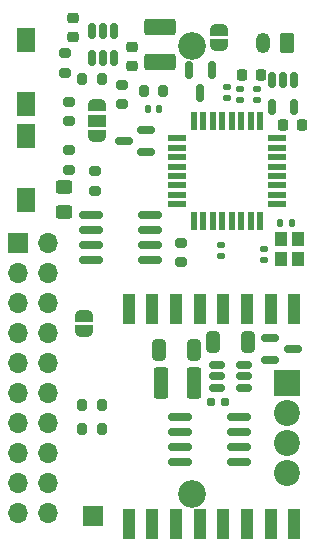
<source format=gts>
G04 #@! TF.GenerationSoftware,KiCad,Pcbnew,7.0.10-7.0.10~ubuntu20.04.1*
G04 #@! TF.CreationDate,2024-06-08T20:32:56+02:00*
G04 #@! TF.ProjectId,MySMotherboard,4d79534d-6f74-4686-9572-626f6172642e,1.4*
G04 #@! TF.SameCoordinates,Original*
G04 #@! TF.FileFunction,Soldermask,Top*
G04 #@! TF.FilePolarity,Negative*
%FSLAX46Y46*%
G04 Gerber Fmt 4.6, Leading zero omitted, Abs format (unit mm)*
G04 Created by KiCad (PCBNEW 7.0.10-7.0.10~ubuntu20.04.1) date 2024-06-08 20:32:56*
%MOMM*%
%LPD*%
G01*
G04 APERTURE LIST*
G04 Aperture macros list*
%AMRoundRect*
0 Rectangle with rounded corners*
0 $1 Rounding radius*
0 $2 $3 $4 $5 $6 $7 $8 $9 X,Y pos of 4 corners*
0 Add a 4 corners polygon primitive as box body*
4,1,4,$2,$3,$4,$5,$6,$7,$8,$9,$2,$3,0*
0 Add four circle primitives for the rounded corners*
1,1,$1+$1,$2,$3*
1,1,$1+$1,$4,$5*
1,1,$1+$1,$6,$7*
1,1,$1+$1,$8,$9*
0 Add four rect primitives between the rounded corners*
20,1,$1+$1,$2,$3,$4,$5,0*
20,1,$1+$1,$4,$5,$6,$7,0*
20,1,$1+$1,$6,$7,$8,$9,0*
20,1,$1+$1,$8,$9,$2,$3,0*%
%AMFreePoly0*
4,1,19,0.550000,-0.750000,0.000000,-0.750000,0.000000,-0.744911,-0.071157,-0.744911,-0.207708,-0.704816,-0.327430,-0.627875,-0.420627,-0.520320,-0.479746,-0.390866,-0.500000,-0.250000,-0.500000,0.250000,-0.479746,0.390866,-0.420627,0.520320,-0.327430,0.627875,-0.207708,0.704816,-0.071157,0.744911,0.000000,0.744911,0.000000,0.750000,0.550000,0.750000,0.550000,-0.750000,0.550000,-0.750000,
$1*%
%AMFreePoly1*
4,1,19,0.000000,0.744911,0.071157,0.744911,0.207708,0.704816,0.327430,0.627875,0.420627,0.520320,0.479746,0.390866,0.500000,0.250000,0.500000,-0.250000,0.479746,-0.390866,0.420627,-0.520320,0.327430,-0.627875,0.207708,-0.704816,0.071157,-0.744911,0.000000,-0.744911,0.000000,-0.750000,-0.550000,-0.750000,-0.550000,0.750000,0.000000,0.750000,0.000000,0.744911,0.000000,0.744911,
$1*%
%AMFreePoly2*
4,1,19,0.500000,-0.750000,0.000000,-0.750000,0.000000,-0.744911,-0.071157,-0.744911,-0.207708,-0.704816,-0.327430,-0.627875,-0.420627,-0.520320,-0.479746,-0.390866,-0.500000,-0.250000,-0.500000,0.250000,-0.479746,0.390866,-0.420627,0.520320,-0.327430,0.627875,-0.207708,0.704816,-0.071157,0.744911,0.000000,0.744911,0.000000,0.750000,0.500000,0.750000,0.500000,-0.750000,0.500000,-0.750000,
$1*%
%AMFreePoly3*
4,1,19,0.000000,0.744911,0.071157,0.744911,0.207708,0.704816,0.327430,0.627875,0.420627,0.520320,0.479746,0.390866,0.500000,0.250000,0.500000,-0.250000,0.479746,-0.390866,0.420627,-0.520320,0.327430,-0.627875,0.207708,-0.704816,0.071157,-0.744911,0.000000,-0.744911,0.000000,-0.750000,-0.500000,-0.750000,-0.500000,0.750000,0.000000,0.750000,0.000000,0.744911,0.000000,0.744911,
$1*%
G04 Aperture macros list end*
%ADD10RoundRect,0.140000X0.170000X-0.140000X0.170000X0.140000X-0.170000X0.140000X-0.170000X-0.140000X0*%
%ADD11R,0.550000X1.600000*%
%ADD12R,1.600000X0.550000*%
%ADD13RoundRect,0.150000X0.587500X0.150000X-0.587500X0.150000X-0.587500X-0.150000X0.587500X-0.150000X0*%
%ADD14RoundRect,0.140000X0.140000X0.170000X-0.140000X0.170000X-0.140000X-0.170000X0.140000X-0.170000X0*%
%ADD15RoundRect,0.150000X-0.150000X0.512500X-0.150000X-0.512500X0.150000X-0.512500X0.150000X0.512500X0*%
%ADD16R,1.700000X1.700000*%
%ADD17RoundRect,0.200000X0.200000X0.275000X-0.200000X0.275000X-0.200000X-0.275000X0.200000X-0.275000X0*%
%ADD18RoundRect,0.250000X0.325000X0.650000X-0.325000X0.650000X-0.325000X-0.650000X0.325000X-0.650000X0*%
%ADD19RoundRect,0.200000X-0.200000X-0.275000X0.200000X-0.275000X0.200000X0.275000X-0.200000X0.275000X0*%
%ADD20RoundRect,0.250000X0.375000X1.075000X-0.375000X1.075000X-0.375000X-1.075000X0.375000X-1.075000X0*%
%ADD21RoundRect,0.200000X-0.275000X0.200000X-0.275000X-0.200000X0.275000X-0.200000X0.275000X0.200000X0*%
%ADD22RoundRect,0.250001X1.074999X-0.462499X1.074999X0.462499X-1.074999X0.462499X-1.074999X-0.462499X0*%
%ADD23RoundRect,0.250000X-0.450000X0.325000X-0.450000X-0.325000X0.450000X-0.325000X0.450000X0.325000X0*%
%ADD24RoundRect,0.200000X0.275000X-0.200000X0.275000X0.200000X-0.275000X0.200000X-0.275000X-0.200000X0*%
%ADD25FreePoly0,270.000000*%
%ADD26R,1.500000X1.000000*%
%ADD27FreePoly1,270.000000*%
%ADD28RoundRect,0.140000X-0.170000X0.140000X-0.170000X-0.140000X0.170000X-0.140000X0.170000X0.140000X0*%
%ADD29FreePoly2,270.000000*%
%ADD30FreePoly3,270.000000*%
%ADD31RoundRect,0.250000X0.350000X0.625000X-0.350000X0.625000X-0.350000X-0.625000X0.350000X-0.625000X0*%
%ADD32O,1.200000X1.750000*%
%ADD33O,1.700000X1.700000*%
%ADD34RoundRect,0.225000X-0.225000X-0.250000X0.225000X-0.250000X0.225000X0.250000X-0.225000X0.250000X0*%
%ADD35RoundRect,0.150000X-0.150000X0.587500X-0.150000X-0.587500X0.150000X-0.587500X0.150000X0.587500X0*%
%ADD36RoundRect,0.140000X-0.140000X-0.170000X0.140000X-0.170000X0.140000X0.170000X-0.140000X0.170000X0*%
%ADD37R,1.600000X2.000000*%
%ADD38RoundRect,0.150000X-0.825000X-0.150000X0.825000X-0.150000X0.825000X0.150000X-0.825000X0.150000X0*%
%ADD39RoundRect,0.225000X0.250000X-0.225000X0.250000X0.225000X-0.250000X0.225000X-0.250000X-0.225000X0*%
%ADD40RoundRect,0.150000X0.512500X0.150000X-0.512500X0.150000X-0.512500X-0.150000X0.512500X-0.150000X0*%
%ADD41R,1.000000X2.500000*%
%ADD42RoundRect,0.250000X-0.325000X-0.650000X0.325000X-0.650000X0.325000X0.650000X-0.325000X0.650000X0*%
%ADD43R,1.000000X1.150000*%
%ADD44RoundRect,0.155000X0.212500X0.155000X-0.212500X0.155000X-0.212500X-0.155000X0.212500X-0.155000X0*%
%ADD45RoundRect,0.150000X-0.587500X-0.150000X0.587500X-0.150000X0.587500X0.150000X-0.587500X0.150000X0*%
%ADD46RoundRect,0.225000X0.225000X0.250000X-0.225000X0.250000X-0.225000X-0.250000X0.225000X-0.250000X0*%
%ADD47RoundRect,0.150000X0.825000X0.150000X-0.825000X0.150000X-0.825000X-0.150000X0.825000X-0.150000X0*%
%ADD48C,2.357400*%
%ADD49R,2.200000X2.200000*%
%ADD50C,2.200000*%
G04 APERTURE END LIST*
D10*
X155575000Y-90276382D03*
X155575000Y-89316382D03*
D11*
X151675000Y-100550000D03*
X152475000Y-100550000D03*
X153275000Y-100550000D03*
X154075000Y-100550000D03*
X154875000Y-100550000D03*
X155675000Y-100550000D03*
X156475000Y-100550000D03*
X157275000Y-100550000D03*
D12*
X158725000Y-99100000D03*
X158725000Y-98300000D03*
X158725000Y-97500000D03*
X158725000Y-96700000D03*
X158725000Y-95900000D03*
X158725000Y-95100000D03*
X158725000Y-94300000D03*
X158725000Y-93500000D03*
D11*
X157275000Y-92050000D03*
X156475000Y-92050000D03*
X155675000Y-92050000D03*
X154875000Y-92050000D03*
X154075000Y-92050000D03*
X153275000Y-92050000D03*
X152475000Y-92050000D03*
X151675000Y-92050000D03*
D12*
X150225000Y-93500000D03*
X150225000Y-94300000D03*
X150225000Y-95100000D03*
X150225000Y-95900000D03*
X150225000Y-96700000D03*
X150225000Y-97500000D03*
X150225000Y-98300000D03*
X150225000Y-99100000D03*
D13*
X147625000Y-94700000D03*
X147625000Y-92800000D03*
X145750000Y-93750000D03*
D14*
X159967740Y-100675000D03*
X159007740Y-100675000D03*
D15*
X144950000Y-84412500D03*
X144000000Y-84412500D03*
X143050000Y-84412500D03*
X143050000Y-86687500D03*
X144000000Y-86687500D03*
X144950000Y-86687500D03*
D10*
X157586378Y-103857244D03*
X157586378Y-102897244D03*
D16*
X143125000Y-125450000D03*
D17*
X143878940Y-116086141D03*
X142228940Y-116086141D03*
D18*
X156250000Y-110775000D03*
X153300000Y-110775000D03*
D19*
X147441440Y-89517860D03*
X149091440Y-89517860D03*
D20*
X151700000Y-114200000D03*
X148900000Y-114200000D03*
D21*
X141089378Y-94525000D03*
X141089378Y-96175000D03*
D22*
X148825000Y-87087500D03*
X148825000Y-84112500D03*
D21*
X150581543Y-102334900D03*
X150581543Y-103984900D03*
D23*
X140700000Y-97675000D03*
X140700000Y-99725000D03*
D10*
X154516737Y-90094460D03*
X154516737Y-89134460D03*
D24*
X143270581Y-97958938D03*
X143270581Y-96308938D03*
D25*
X143500000Y-90725000D03*
D26*
X143500000Y-92025000D03*
D27*
X143500000Y-93325000D03*
D28*
X154012000Y-102517997D03*
X154012000Y-103477997D03*
D29*
X142350000Y-108550000D03*
D30*
X142350000Y-109850000D03*
D31*
X159550000Y-85425000D03*
D32*
X157550000Y-85425000D03*
D15*
X160187500Y-88587500D03*
X159237500Y-88587500D03*
X158287500Y-88587500D03*
X158287500Y-90862500D03*
X160187500Y-90862500D03*
D17*
X143866503Y-118130300D03*
X142216503Y-118130300D03*
D16*
X136750000Y-102350000D03*
D33*
X139290000Y-102350000D03*
X136750000Y-104890000D03*
X139290000Y-104890000D03*
X136750000Y-107430000D03*
X139290000Y-107430000D03*
X136750000Y-109970000D03*
X139290000Y-109970000D03*
X136750000Y-112510000D03*
X139290000Y-112510000D03*
X136750000Y-115050000D03*
X139290000Y-115050000D03*
X136750000Y-117590000D03*
X139290000Y-117590000D03*
X136750000Y-120130000D03*
X139290000Y-120130000D03*
X136750000Y-122670000D03*
X139290000Y-122670000D03*
X136750000Y-125210000D03*
X139290000Y-125210000D03*
D21*
X145584478Y-88959641D03*
X145584478Y-90609641D03*
D29*
X153825000Y-84350000D03*
D30*
X153825000Y-85650000D03*
D34*
X159250000Y-92350000D03*
X160800000Y-92350000D03*
D35*
X153187500Y-87762500D03*
X151287500Y-87762500D03*
X152237500Y-89637500D03*
D36*
X147770000Y-91050000D03*
X148730000Y-91050000D03*
D37*
X137450000Y-98725000D03*
X137450000Y-93325000D03*
D38*
X150525000Y-117120000D03*
X150525000Y-118390000D03*
X150525000Y-119660000D03*
X150525000Y-120930000D03*
X155475000Y-120930000D03*
X155475000Y-119660000D03*
X155475000Y-118390000D03*
X155475000Y-117120000D03*
D39*
X146475000Y-87350000D03*
X146475000Y-85800000D03*
D40*
X155887500Y-114625000D03*
X155887500Y-113675000D03*
X155887500Y-112725000D03*
X153612500Y-112725000D03*
X153612500Y-113675000D03*
X153612500Y-114625000D03*
D41*
X160175000Y-107975000D03*
X158175000Y-107975000D03*
X156175000Y-107975000D03*
X154175000Y-107975000D03*
X152175000Y-107975000D03*
X150175000Y-107975000D03*
X148175000Y-107975000D03*
X146175000Y-107975000D03*
X146175000Y-126175000D03*
X148175000Y-126175000D03*
X150175000Y-126175000D03*
X152175000Y-126175000D03*
X154175000Y-126175000D03*
X156175000Y-126175000D03*
X158175000Y-126175000D03*
X160175000Y-126175000D03*
D42*
X148700000Y-111450000D03*
X151650000Y-111450000D03*
D43*
X159075000Y-102000000D03*
X159075000Y-103750000D03*
X160475000Y-103750000D03*
X160475000Y-102000000D03*
D37*
X137425000Y-85175000D03*
X137425000Y-90575000D03*
D44*
X154292500Y-115850000D03*
X153157500Y-115850000D03*
D24*
X141125000Y-92075000D03*
X141125000Y-90425000D03*
D17*
X143875000Y-88450000D03*
X142225000Y-88450000D03*
D39*
X141475000Y-84900000D03*
X141475000Y-83350000D03*
D45*
X158162500Y-110425000D03*
X158162500Y-112325000D03*
X160037500Y-111375000D03*
D10*
X157050000Y-90280000D03*
X157050000Y-89320000D03*
D21*
X140775000Y-86300000D03*
X140775000Y-87950000D03*
D46*
X157325000Y-88125000D03*
X155775000Y-88125000D03*
D47*
X147925000Y-103810000D03*
X147925000Y-102540000D03*
X147925000Y-101270000D03*
X147925000Y-100000000D03*
X142975000Y-100000000D03*
X142975000Y-101270000D03*
X142975000Y-102540000D03*
X142975000Y-103810000D03*
D48*
X151550000Y-85675000D03*
X151550000Y-123645000D03*
D49*
X159525000Y-114260000D03*
D50*
X159525000Y-116800000D03*
X159525000Y-119340000D03*
X159525000Y-121880000D03*
M02*

</source>
